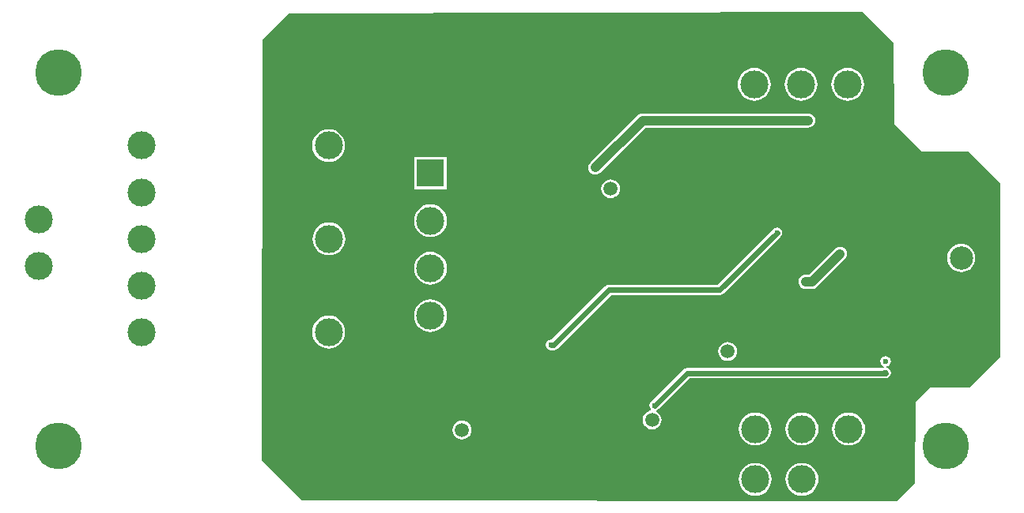
<source format=gbl>
G04*
G04 #@! TF.GenerationSoftware,Altium Limited,Altium Designer,19.1.6 (110)*
G04*
G04 Layer_Physical_Order=2*
G04 Layer_Color=16711680*
%FSLAX44Y44*%
%MOMM*%
G71*
G01*
G75*
%ADD64C,1.0000*%
%ADD65C,0.6000*%
%ADD66C,3.0000*%
%ADD67R,3.0000X3.0000*%
%ADD68C,2.5000*%
%ADD69C,1.5000*%
%ADD70C,5.0000*%
%ADD71C,0.6000*%
G36*
X959250Y-33000D02*
X959875Y-120125D01*
X989378Y-149628D01*
X1039628Y-149628D01*
X1073250Y-183250D01*
X1073250Y-370000D01*
X1040750Y-402500D01*
X998500Y-402500D01*
X983147Y-417853D01*
X982175Y-504864D01*
X962774Y-524264D01*
X325502Y-524252D01*
X283022Y-481772D01*
X283497Y-29253D01*
X311177Y-1573D01*
X926250Y0D01*
X959250Y-33000D01*
D02*
G37*
%LPC*%
G36*
X910000Y-59875D02*
X906562Y-60214D01*
X903255Y-61217D01*
X900208Y-62846D01*
X897537Y-65037D01*
X895346Y-67708D01*
X893717Y-70755D01*
X892714Y-74061D01*
X892375Y-77500D01*
X892714Y-80938D01*
X893717Y-84245D01*
X895346Y-87292D01*
X897537Y-89963D01*
X900208Y-92155D01*
X903255Y-93783D01*
X906562Y-94786D01*
X910000Y-95125D01*
X913438Y-94786D01*
X916745Y-93783D01*
X919792Y-92155D01*
X922463Y-89963D01*
X924654Y-87292D01*
X926283Y-84245D01*
X927286Y-80938D01*
X927625Y-77500D01*
X927286Y-74061D01*
X926283Y-70755D01*
X924654Y-67708D01*
X922463Y-65037D01*
X919792Y-62846D01*
X916745Y-61217D01*
X913438Y-60214D01*
X910000Y-59875D01*
D02*
G37*
G36*
X860000D02*
X856562Y-60214D01*
X853255Y-61217D01*
X850208Y-62846D01*
X847537Y-65037D01*
X845346Y-67708D01*
X843717Y-70755D01*
X842714Y-74061D01*
X842375Y-77500D01*
X842714Y-80938D01*
X843717Y-84245D01*
X845346Y-87292D01*
X847537Y-89963D01*
X850208Y-92155D01*
X853255Y-93783D01*
X856562Y-94786D01*
X860000Y-95125D01*
X863438Y-94786D01*
X866745Y-93783D01*
X869792Y-92155D01*
X872463Y-89963D01*
X874654Y-87292D01*
X876283Y-84245D01*
X877286Y-80938D01*
X877625Y-77500D01*
X877286Y-74061D01*
X876283Y-70755D01*
X874654Y-67708D01*
X872463Y-65037D01*
X869792Y-62846D01*
X866745Y-61217D01*
X863438Y-60214D01*
X860000Y-59875D01*
D02*
G37*
G36*
X810000D02*
X806562Y-60214D01*
X803255Y-61217D01*
X800208Y-62846D01*
X797537Y-65037D01*
X795346Y-67708D01*
X793717Y-70755D01*
X792714Y-74061D01*
X792375Y-77500D01*
X792714Y-80938D01*
X793717Y-84245D01*
X795346Y-87292D01*
X797537Y-89963D01*
X800208Y-92155D01*
X803255Y-93783D01*
X806562Y-94786D01*
X810000Y-95125D01*
X813438Y-94786D01*
X816745Y-93783D01*
X819792Y-92155D01*
X822463Y-89963D01*
X824654Y-87292D01*
X826283Y-84245D01*
X827286Y-80938D01*
X827625Y-77500D01*
X827286Y-74061D01*
X826283Y-70755D01*
X824654Y-67708D01*
X822463Y-65037D01*
X819792Y-62846D01*
X816745Y-61217D01*
X813438Y-60214D01*
X810000Y-59875D01*
D02*
G37*
G36*
X354250Y-125625D02*
X350812Y-125964D01*
X347505Y-126967D01*
X344458Y-128596D01*
X341787Y-130787D01*
X339595Y-133458D01*
X337967Y-136505D01*
X336964Y-139812D01*
X336625Y-143250D01*
X336964Y-146688D01*
X337967Y-149995D01*
X339595Y-153042D01*
X341787Y-155713D01*
X344458Y-157905D01*
X347505Y-159533D01*
X350812Y-160536D01*
X354250Y-160875D01*
X357688Y-160536D01*
X360995Y-159533D01*
X364042Y-157905D01*
X366713Y-155713D01*
X368904Y-153042D01*
X370533Y-149995D01*
X371536Y-146688D01*
X371875Y-143250D01*
X371536Y-139812D01*
X370533Y-136505D01*
X368904Y-133458D01*
X366713Y-130787D01*
X364042Y-128596D01*
X360995Y-126967D01*
X357688Y-125964D01*
X354250Y-125625D01*
D02*
G37*
G36*
X867750Y-108645D02*
X690500D01*
X688532Y-108904D01*
X686697Y-109664D01*
X685122Y-110872D01*
X634497Y-161497D01*
X633289Y-163072D01*
X632529Y-164907D01*
X632270Y-166875D01*
X632529Y-168843D01*
X633289Y-170678D01*
X634497Y-172253D01*
X636073Y-173461D01*
X637907Y-174221D01*
X639875Y-174480D01*
X641843Y-174221D01*
X643678Y-173461D01*
X645253Y-172253D01*
X693650Y-123855D01*
X867750D01*
X869718Y-123596D01*
X871553Y-122836D01*
X873128Y-121628D01*
X874336Y-120052D01*
X875096Y-118218D01*
X875355Y-116250D01*
X875096Y-114282D01*
X874336Y-112448D01*
X873128Y-110872D01*
X871553Y-109664D01*
X869718Y-108904D01*
X867750Y-108645D01*
D02*
G37*
G36*
X480790Y-155210D02*
X445710D01*
Y-190290D01*
X480790D01*
Y-155210D01*
D02*
G37*
G36*
X656250Y-179373D02*
X653629Y-179718D01*
X651187Y-180730D01*
X649089Y-182339D01*
X647480Y-184437D01*
X646468Y-186879D01*
X646123Y-189500D01*
X646468Y-192121D01*
X647480Y-194563D01*
X649089Y-196661D01*
X651187Y-198270D01*
X653629Y-199282D01*
X656250Y-199627D01*
X658871Y-199282D01*
X661313Y-198270D01*
X663411Y-196661D01*
X665020Y-194563D01*
X666032Y-192121D01*
X666377Y-189500D01*
X666032Y-186879D01*
X665020Y-184437D01*
X663411Y-182339D01*
X661313Y-180730D01*
X658871Y-179718D01*
X656250Y-179373D01*
D02*
G37*
G36*
X463250Y-206125D02*
X459812Y-206464D01*
X456505Y-207467D01*
X453458Y-209095D01*
X450787Y-211287D01*
X448595Y-213958D01*
X446967Y-217005D01*
X445964Y-220312D01*
X445625Y-223750D01*
X445964Y-227188D01*
X446967Y-230495D01*
X448595Y-233542D01*
X450787Y-236213D01*
X453458Y-238405D01*
X456505Y-240033D01*
X459812Y-241036D01*
X463250Y-241375D01*
X466688Y-241036D01*
X469995Y-240033D01*
X473042Y-238405D01*
X475713Y-236213D01*
X477905Y-233542D01*
X479533Y-230495D01*
X480536Y-227188D01*
X480875Y-223750D01*
X480536Y-220312D01*
X479533Y-217005D01*
X477905Y-213958D01*
X475713Y-211287D01*
X473042Y-209095D01*
X469995Y-207467D01*
X466688Y-206464D01*
X463250Y-206125D01*
D02*
G37*
G36*
X354580Y-225625D02*
X351142Y-225964D01*
X347835Y-226967D01*
X344788Y-228596D01*
X342117Y-230787D01*
X339925Y-233458D01*
X338297Y-236505D01*
X337294Y-239812D01*
X336955Y-243250D01*
X337294Y-246688D01*
X338297Y-249995D01*
X339925Y-253042D01*
X342117Y-255713D01*
X344788Y-257904D01*
X347835Y-259533D01*
X351142Y-260536D01*
X354580Y-260875D01*
X358018Y-260536D01*
X361325Y-259533D01*
X364372Y-257904D01*
X367043Y-255713D01*
X369235Y-253042D01*
X370863Y-249995D01*
X371866Y-246688D01*
X372205Y-243250D01*
X371866Y-239812D01*
X370863Y-236505D01*
X369235Y-233458D01*
X367043Y-230787D01*
X364372Y-228596D01*
X361325Y-226967D01*
X358018Y-225964D01*
X354580Y-225625D01*
D02*
G37*
G36*
X1031600Y-248737D02*
X1028652Y-249028D01*
X1025817Y-249888D01*
X1023204Y-251284D01*
X1020914Y-253164D01*
X1019034Y-255454D01*
X1017638Y-258067D01*
X1016778Y-260902D01*
X1016487Y-263850D01*
X1016778Y-266798D01*
X1017638Y-269633D01*
X1019034Y-272246D01*
X1020914Y-274536D01*
X1023204Y-276416D01*
X1025817Y-277812D01*
X1028652Y-278672D01*
X1031600Y-278963D01*
X1034548Y-278672D01*
X1037383Y-277812D01*
X1039996Y-276416D01*
X1042286Y-274536D01*
X1044166Y-272246D01*
X1045562Y-269633D01*
X1046422Y-266798D01*
X1046713Y-263850D01*
X1046422Y-260902D01*
X1045562Y-258067D01*
X1044166Y-255454D01*
X1042286Y-253164D01*
X1039996Y-251284D01*
X1037383Y-249888D01*
X1034548Y-249028D01*
X1031600Y-248737D01*
D02*
G37*
G36*
X834250Y-231101D02*
X832088Y-231531D01*
X830256Y-232756D01*
X830256Y-232756D01*
X770660Y-292351D01*
X654250D01*
X654250Y-292351D01*
X652088Y-292781D01*
X650256Y-294006D01*
X650256Y-294006D01*
X592910Y-351352D01*
X592500D01*
X592500Y-351352D01*
X590338Y-351782D01*
X588506Y-353006D01*
X587281Y-354838D01*
X586851Y-357000D01*
X587281Y-359162D01*
X588506Y-360994D01*
X590338Y-362219D01*
X592500Y-362649D01*
X592500Y-362649D01*
X595250D01*
X595250Y-362649D01*
X597411Y-362219D01*
X599244Y-360994D01*
X656590Y-303648D01*
X773000D01*
X773000Y-303648D01*
X775162Y-303218D01*
X776994Y-301994D01*
X838244Y-240744D01*
X838244Y-240744D01*
X839469Y-238912D01*
X839899Y-236750D01*
X839469Y-234588D01*
X838244Y-232756D01*
X836412Y-231531D01*
X834250Y-231101D01*
D02*
G37*
G36*
X463250Y-257125D02*
X459812Y-257464D01*
X456505Y-258467D01*
X453458Y-260096D01*
X450787Y-262287D01*
X448595Y-264958D01*
X446967Y-268005D01*
X445964Y-271312D01*
X445625Y-274750D01*
X445964Y-278188D01*
X446967Y-281495D01*
X448595Y-284542D01*
X450787Y-287213D01*
X453458Y-289405D01*
X456505Y-291033D01*
X459812Y-292036D01*
X463250Y-292375D01*
X466688Y-292036D01*
X469995Y-291033D01*
X473042Y-289405D01*
X475713Y-287213D01*
X477905Y-284542D01*
X479533Y-281495D01*
X480536Y-278188D01*
X480875Y-274750D01*
X480536Y-271312D01*
X479533Y-268005D01*
X477905Y-264958D01*
X475713Y-262287D01*
X473042Y-260096D01*
X469995Y-258467D01*
X466688Y-257464D01*
X463250Y-257125D01*
D02*
G37*
G36*
X901750Y-251895D02*
X899782Y-252154D01*
X897947Y-252914D01*
X896372Y-254122D01*
X868850Y-281645D01*
X865000D01*
X863032Y-281904D01*
X861198Y-282664D01*
X859622Y-283872D01*
X858414Y-285448D01*
X857654Y-287282D01*
X857395Y-289250D01*
X857654Y-291218D01*
X858414Y-293053D01*
X859622Y-294628D01*
X861198Y-295836D01*
X863032Y-296596D01*
X865000Y-296855D01*
X872000D01*
X873968Y-296596D01*
X875803Y-295836D01*
X877378Y-294628D01*
X907128Y-264878D01*
X908336Y-263302D01*
X909096Y-261468D01*
X909355Y-259500D01*
X909096Y-257532D01*
X908336Y-255697D01*
X907128Y-254122D01*
X905553Y-252914D01*
X903718Y-252154D01*
X901750Y-251895D01*
D02*
G37*
G36*
X463250Y-308125D02*
X459812Y-308464D01*
X456505Y-309467D01*
X453458Y-311096D01*
X450787Y-313287D01*
X448595Y-315958D01*
X446967Y-319005D01*
X445964Y-322312D01*
X445625Y-325750D01*
X445964Y-329188D01*
X446967Y-332495D01*
X448595Y-335542D01*
X450787Y-338213D01*
X453458Y-340405D01*
X456505Y-342033D01*
X459812Y-343036D01*
X463250Y-343375D01*
X466688Y-343036D01*
X469995Y-342033D01*
X473042Y-340405D01*
X475713Y-338213D01*
X477905Y-335542D01*
X479533Y-332495D01*
X480536Y-329188D01*
X480875Y-325750D01*
X480536Y-322312D01*
X479533Y-319005D01*
X477905Y-315958D01*
X475713Y-313287D01*
X473042Y-311096D01*
X469995Y-309467D01*
X466688Y-308464D01*
X463250Y-308125D01*
D02*
G37*
G36*
X354250Y-325625D02*
X350812Y-325964D01*
X347505Y-326967D01*
X344458Y-328596D01*
X341787Y-330787D01*
X339595Y-333458D01*
X337967Y-336505D01*
X336964Y-339812D01*
X336625Y-343250D01*
X336964Y-346688D01*
X337967Y-349995D01*
X339595Y-353042D01*
X341787Y-355713D01*
X344458Y-357905D01*
X347505Y-359533D01*
X350812Y-360536D01*
X354250Y-360875D01*
X357688Y-360536D01*
X360995Y-359533D01*
X364042Y-357905D01*
X366713Y-355713D01*
X368904Y-353042D01*
X370533Y-349995D01*
X371536Y-346688D01*
X371875Y-343250D01*
X371536Y-339812D01*
X370533Y-336505D01*
X368904Y-333458D01*
X366713Y-330787D01*
X364042Y-328596D01*
X360995Y-326967D01*
X357688Y-325964D01*
X354250Y-325625D01*
D02*
G37*
G36*
X781500Y-353873D02*
X778879Y-354218D01*
X776437Y-355230D01*
X774339Y-356839D01*
X772730Y-358937D01*
X771718Y-361379D01*
X771373Y-364000D01*
X771718Y-366621D01*
X772730Y-369063D01*
X774339Y-371161D01*
X776437Y-372770D01*
X778879Y-373782D01*
X781500Y-374127D01*
X784121Y-373782D01*
X786563Y-372770D01*
X788661Y-371161D01*
X790270Y-369063D01*
X791282Y-366621D01*
X791627Y-364000D01*
X791282Y-361379D01*
X790270Y-358937D01*
X788661Y-356839D01*
X786563Y-355230D01*
X784121Y-354218D01*
X781500Y-353873D01*
D02*
G37*
G36*
X950500Y-369101D02*
X948338Y-369531D01*
X946506Y-370756D01*
X945281Y-372588D01*
X944852Y-374750D01*
X945281Y-376912D01*
X946506Y-378744D01*
X948338Y-379969D01*
X948701Y-381336D01*
X948403Y-381601D01*
X738000D01*
X738000Y-381601D01*
X735838Y-382031D01*
X734006Y-383256D01*
X734006Y-383256D01*
X699256Y-418006D01*
X698031Y-419838D01*
X697601Y-422000D01*
X698031Y-424162D01*
X699256Y-425994D01*
X699584Y-426213D01*
X699275Y-427535D01*
X697879Y-427718D01*
X695437Y-428730D01*
X693339Y-430339D01*
X691730Y-432437D01*
X690718Y-434879D01*
X690373Y-437500D01*
X690718Y-440121D01*
X691730Y-442563D01*
X693339Y-444661D01*
X695437Y-446270D01*
X697879Y-447282D01*
X700500Y-447627D01*
X703121Y-447282D01*
X705563Y-446270D01*
X707661Y-444661D01*
X709270Y-442563D01*
X710282Y-440121D01*
X710627Y-437500D01*
X710282Y-434879D01*
X709270Y-432437D01*
X707661Y-430339D01*
X705563Y-428730D01*
X705161Y-428563D01*
X705291Y-427243D01*
X705412Y-427219D01*
X707244Y-425994D01*
X740340Y-392898D01*
X950500D01*
X952662Y-392469D01*
X954494Y-391244D01*
X955719Y-389412D01*
X956149Y-387250D01*
X956124Y-387125D01*
X956149Y-387000D01*
X955719Y-384838D01*
X954494Y-383006D01*
X952662Y-381782D01*
X951359Y-381522D01*
Y-380228D01*
X952662Y-379969D01*
X954494Y-378744D01*
X955719Y-376912D01*
X956149Y-374750D01*
X955719Y-372588D01*
X954494Y-370756D01*
X952662Y-369531D01*
X950500Y-369101D01*
D02*
G37*
G36*
X497000Y-438123D02*
X494379Y-438469D01*
X491937Y-439480D01*
X489839Y-441089D01*
X488230Y-443187D01*
X487218Y-445629D01*
X486873Y-448250D01*
X487218Y-450871D01*
X488230Y-453313D01*
X489839Y-455411D01*
X491937Y-457020D01*
X494379Y-458032D01*
X497000Y-458377D01*
X499621Y-458032D01*
X502063Y-457020D01*
X504161Y-455411D01*
X505770Y-453313D01*
X506782Y-450871D01*
X507127Y-448250D01*
X506782Y-445629D01*
X505770Y-443187D01*
X504161Y-441089D01*
X502063Y-439480D01*
X499621Y-438469D01*
X497000Y-438123D01*
D02*
G37*
G36*
X911000Y-429625D02*
X907562Y-429964D01*
X904255Y-430967D01*
X901208Y-432595D01*
X898537Y-434787D01*
X896346Y-437458D01*
X894717Y-440505D01*
X893714Y-443812D01*
X893375Y-447250D01*
X893714Y-450689D01*
X894717Y-453995D01*
X896346Y-457042D01*
X898537Y-459713D01*
X901208Y-461904D01*
X904255Y-463533D01*
X907562Y-464536D01*
X911000Y-464875D01*
X914438Y-464536D01*
X917745Y-463533D01*
X920792Y-461904D01*
X923463Y-459713D01*
X925655Y-457042D01*
X927283Y-453995D01*
X928286Y-450689D01*
X928625Y-447250D01*
X928286Y-443812D01*
X927283Y-440505D01*
X925655Y-437458D01*
X923463Y-434787D01*
X920792Y-432595D01*
X917745Y-430967D01*
X914438Y-429964D01*
X911000Y-429625D01*
D02*
G37*
G36*
X861000D02*
X857562Y-429964D01*
X854255Y-430967D01*
X851208Y-432595D01*
X848537Y-434787D01*
X846346Y-437458D01*
X844717Y-440505D01*
X843714Y-443812D01*
X843375Y-447250D01*
X843714Y-450689D01*
X844717Y-453995D01*
X846346Y-457042D01*
X848537Y-459713D01*
X851208Y-461904D01*
X854255Y-463533D01*
X857562Y-464536D01*
X861000Y-464875D01*
X864438Y-464536D01*
X867745Y-463533D01*
X870792Y-461904D01*
X873463Y-459713D01*
X875655Y-457042D01*
X877283Y-453995D01*
X878286Y-450689D01*
X878625Y-447250D01*
X878286Y-443812D01*
X877283Y-440505D01*
X875655Y-437458D01*
X873463Y-434787D01*
X870792Y-432595D01*
X867745Y-430967D01*
X864438Y-429964D01*
X861000Y-429625D01*
D02*
G37*
G36*
X811000D02*
X807562Y-429964D01*
X804255Y-430967D01*
X801208Y-432595D01*
X798537Y-434787D01*
X796346Y-437458D01*
X794717Y-440505D01*
X793714Y-443812D01*
X793375Y-447250D01*
X793714Y-450689D01*
X794717Y-453995D01*
X796346Y-457042D01*
X798537Y-459713D01*
X801208Y-461904D01*
X804255Y-463533D01*
X807562Y-464536D01*
X811000Y-464875D01*
X814438Y-464536D01*
X817745Y-463533D01*
X820792Y-461904D01*
X823463Y-459713D01*
X825655Y-457042D01*
X827283Y-453995D01*
X828286Y-450689D01*
X828625Y-447250D01*
X828286Y-443812D01*
X827283Y-440505D01*
X825655Y-437458D01*
X823463Y-434787D01*
X820792Y-432595D01*
X817745Y-430967D01*
X814438Y-429964D01*
X811000Y-429625D01*
D02*
G37*
G36*
X861000Y-483625D02*
X857562Y-483964D01*
X854255Y-484967D01*
X851208Y-486595D01*
X848537Y-488787D01*
X846346Y-491458D01*
X844717Y-494505D01*
X843714Y-497812D01*
X843375Y-501250D01*
X843714Y-504688D01*
X844717Y-507995D01*
X846346Y-511042D01*
X848537Y-513713D01*
X851208Y-515905D01*
X854255Y-517533D01*
X857562Y-518536D01*
X861000Y-518875D01*
X864438Y-518536D01*
X867745Y-517533D01*
X870792Y-515905D01*
X873463Y-513713D01*
X875655Y-511042D01*
X877283Y-507995D01*
X878286Y-504688D01*
X878625Y-501250D01*
X878286Y-497812D01*
X877283Y-494505D01*
X875655Y-491458D01*
X873463Y-488787D01*
X870792Y-486595D01*
X867745Y-484967D01*
X864438Y-483964D01*
X861000Y-483625D01*
D02*
G37*
G36*
X811000D02*
X807562Y-483964D01*
X804255Y-484967D01*
X801208Y-486595D01*
X798537Y-488787D01*
X796346Y-491458D01*
X794717Y-494505D01*
X793714Y-497812D01*
X793375Y-501250D01*
X793714Y-504688D01*
X794717Y-507995D01*
X796346Y-511042D01*
X798537Y-513713D01*
X801208Y-515905D01*
X804255Y-517533D01*
X807562Y-518536D01*
X811000Y-518875D01*
X814438Y-518536D01*
X817745Y-517533D01*
X820792Y-515905D01*
X823463Y-513713D01*
X825655Y-511042D01*
X827283Y-507995D01*
X828286Y-504688D01*
X828625Y-501250D01*
X828286Y-497812D01*
X827283Y-494505D01*
X825655Y-491458D01*
X823463Y-488787D01*
X820792Y-486595D01*
X817745Y-484967D01*
X814438Y-483964D01*
X811000Y-483625D01*
D02*
G37*
%LPD*%
D64*
X872000Y-289250D02*
X901750Y-259500D01*
X865000Y-289250D02*
X872000D01*
X690500Y-116250D02*
X867750D01*
X639875Y-166875D02*
X690500Y-116250D01*
D65*
X703250Y-422000D02*
X738000Y-387250D01*
X950500D01*
X773000Y-298000D02*
X834250Y-236750D01*
X654250Y-298000D02*
X773000D01*
X595250Y-357000D02*
X654250Y-298000D01*
X592500Y-357000D02*
X595250D01*
X592500D02*
X592500Y-357000D01*
D66*
X43500Y-272000D02*
D03*
Y-222000D02*
D03*
X354250Y-143250D02*
D03*
Y-193250D02*
D03*
Y-293250D02*
D03*
X154250Y-193250D02*
D03*
Y-293250D02*
D03*
X354580Y-243250D02*
D03*
X354250Y-343250D02*
D03*
X154250Y-143250D02*
D03*
Y-243250D02*
D03*
Y-343250D02*
D03*
X910000Y-77500D02*
D03*
X860000D02*
D03*
X810000D02*
D03*
X861000Y-447250D02*
D03*
X911000D02*
D03*
Y-501250D02*
D03*
X861000D02*
D03*
X811000D02*
D03*
Y-447250D02*
D03*
X463250Y-223750D02*
D03*
Y-274750D02*
D03*
Y-325750D02*
D03*
X667250Y-65000D02*
D03*
D67*
X463250Y-172750D02*
D03*
D68*
X1006200Y-289250D02*
D03*
X1031600Y-263850D02*
D03*
X1006200Y-238450D02*
D03*
X1057000Y-289250D02*
D03*
Y-238450D02*
D03*
D69*
X700500Y-437500D02*
D03*
X656250Y-189500D02*
D03*
X781500Y-364000D02*
D03*
X497000Y-448250D02*
D03*
D70*
X1015000Y-465000D02*
D03*
Y-65000D02*
D03*
X65000Y-465000D02*
D03*
Y-65000D02*
D03*
D71*
X655500Y-498000D02*
D03*
X661000Y-387500D02*
D03*
X668500D02*
D03*
X705250Y-224750D02*
D03*
X927500Y-257250D02*
D03*
X971500Y-257500D02*
D03*
X915000Y-264750D02*
D03*
X630750Y-244500D02*
D03*
X703250Y-422000D02*
D03*
X592500Y-357000D02*
D03*
X950500Y-387000D02*
D03*
Y-374750D02*
D03*
X533250Y-355750D02*
D03*
X746250Y-277500D02*
D03*
X834250Y-236750D02*
D03*
X565000Y-60000D02*
D03*
X556500D02*
D03*
X524500Y-384250D02*
D03*
X569250Y-206750D02*
D03*
X559750D02*
D03*
X901750Y-259500D02*
D03*
X739000Y-277500D02*
D03*
X524500Y-392500D02*
D03*
X865000Y-289250D02*
D03*
X640500Y-167500D02*
D03*
X840250Y-196000D02*
D03*
X981000Y-360000D02*
D03*
X853250Y-272500D02*
D03*
X550250Y-206750D02*
D03*
X867750Y-116750D02*
D03*
X548250Y-60000D02*
D03*
X620500Y-140250D02*
D03*
X840500Y-145250D02*
D03*
X920750Y-406500D02*
D03*
M02*

</source>
